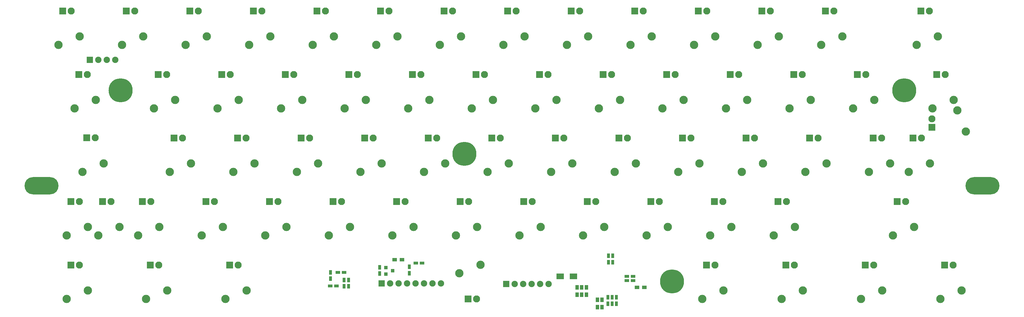
<source format=gts>
G04 #@! TF.FileFunction,Soldermask,Top*
%FSLAX46Y46*%
G04 Gerber Fmt 4.6, Leading zero omitted, Abs format (unit mm)*
G04 Created by KiCad (PCBNEW 4.0.5-e0-6337~49~ubuntu16.04.1) date Mon Jan 23 14:36:51 2017*
%MOMM*%
%LPD*%
G01*
G04 APERTURE LIST*
%ADD10C,0.150000*%
%ADD11C,2.489200*%
%ADD12C,2.108200*%
%ADD13R,2.108200X2.108200*%
%ADD14O,10.203180X5.204460*%
%ADD15C,7.203440*%
%ADD16C,7.204500*%
%ADD17R,0.953200X1.403200*%
%ADD18R,1.403200X0.953200*%
%ADD19R,1.103200X1.403200*%
%ADD20R,1.103200X1.003200*%
%ADD21R,1.403200X1.103200*%
%ADD22R,2.203200X1.803200*%
%ADD23R,1.903200X1.903200*%
%ADD24O,1.903200X1.903200*%
G04 APERTURE END LIST*
D10*
D11*
X318930020Y-136050020D03*
X325280020Y-133510020D03*
D12*
X194151250Y-155098750D03*
D13*
X191611250Y-155098750D03*
D14*
X345831200Y-121121200D03*
X63748900Y-121121200D03*
D15*
X322339900Y-92520800D03*
X252789400Y-149820700D03*
X190490000Y-111620000D03*
D16*
X87489300Y-92520800D03*
D11*
X80803750Y-136050020D03*
X87153750Y-133510020D03*
X323691250Y-117000020D03*
X330041250Y-114460020D03*
X340836250Y-104933750D03*
X338296250Y-98583750D03*
X326072500Y-78898750D03*
X332422500Y-76358750D03*
X333216250Y-155098750D03*
X339566250Y-152558750D03*
X309403750Y-155098750D03*
X315753750Y-152558750D03*
X285591250Y-155098750D03*
X291941250Y-152558750D03*
X261778750Y-155098750D03*
X268128750Y-152558750D03*
X118903750Y-155098750D03*
X125253750Y-152558750D03*
X95091250Y-155098750D03*
X101441250Y-152558750D03*
X71278750Y-155098750D03*
X77628750Y-152558750D03*
X283210000Y-136050020D03*
X289560000Y-133510020D03*
X264160000Y-136050020D03*
X270510000Y-133510020D03*
X245110000Y-136050020D03*
X251460000Y-133510020D03*
X226060000Y-136050020D03*
X232410000Y-133510020D03*
X207010000Y-136050020D03*
X213360000Y-133510020D03*
X187960000Y-136050020D03*
X194310000Y-133510020D03*
X168910000Y-136050020D03*
X175260000Y-133510020D03*
X149860000Y-136050020D03*
X156210000Y-133510020D03*
X130810000Y-136050020D03*
X137160000Y-133510020D03*
X111760000Y-136050020D03*
X118110000Y-133510020D03*
X92710000Y-136050020D03*
X99060000Y-133510020D03*
X71280020Y-136050020D03*
X77630020Y-133510020D03*
X311785000Y-117000020D03*
X318135000Y-114460020D03*
X292735000Y-117000020D03*
X299085000Y-114460020D03*
X273685000Y-117000020D03*
X280035000Y-114460020D03*
X254635000Y-117000020D03*
X260985000Y-114460020D03*
X235585000Y-117000020D03*
X241935000Y-114460020D03*
X216535000Y-117000020D03*
X222885000Y-114460020D03*
X197485000Y-117000020D03*
X203835000Y-114460020D03*
X178435000Y-117000020D03*
X184785000Y-114460020D03*
X159385000Y-117000020D03*
X165735000Y-114460020D03*
X140335000Y-117000020D03*
X146685000Y-114460020D03*
X121285000Y-117000020D03*
X127635000Y-114460020D03*
X102235000Y-117000020D03*
X108585000Y-114460020D03*
X76042520Y-117000020D03*
X82392520Y-114460020D03*
X330835000Y-97950020D03*
X337185000Y-95410020D03*
X307022500Y-97950020D03*
X313372500Y-95410020D03*
X287972500Y-97950020D03*
X294322500Y-95410020D03*
X268922500Y-97950020D03*
X275272500Y-95410020D03*
X249872500Y-97950020D03*
X256222500Y-95410020D03*
X230822500Y-97950020D03*
X237172500Y-95410020D03*
X211772500Y-97950020D03*
X218122500Y-95410020D03*
X192722500Y-97950020D03*
X199072500Y-95410020D03*
X173672500Y-97950020D03*
X180022500Y-95410020D03*
X154622500Y-97950020D03*
X160972500Y-95410020D03*
X135572500Y-97950020D03*
X141922500Y-95410020D03*
X116522500Y-97950020D03*
X122872500Y-95410020D03*
X97472500Y-97950020D03*
X103822500Y-95410020D03*
X73660000Y-97950020D03*
X80010000Y-95410020D03*
X297497500Y-78898750D03*
X303847500Y-76358750D03*
X278447500Y-78898750D03*
X284797500Y-76358750D03*
X259397500Y-78898750D03*
X265747500Y-76358750D03*
X240347500Y-78898750D03*
X246697500Y-76358750D03*
X221297500Y-78898750D03*
X227647500Y-76358750D03*
X202247500Y-78898750D03*
X208597500Y-76358750D03*
X183197500Y-78898750D03*
X189547500Y-76358750D03*
X145097500Y-78898750D03*
X151447500Y-76358750D03*
X126047500Y-78898750D03*
X132397500Y-76358750D03*
X106997500Y-78898750D03*
X113347500Y-76358750D03*
X87947500Y-78898750D03*
X94297500Y-76358750D03*
X68897500Y-78898750D03*
X75247500Y-76358750D03*
D12*
X337026250Y-144938750D03*
D13*
X334486250Y-144938750D03*
D12*
X322740020Y-125890020D03*
D13*
X320200020Y-125890020D03*
D12*
X327501250Y-106840020D03*
D13*
X324961250Y-106840020D03*
D12*
X330676250Y-101123750D03*
D13*
X330676250Y-103663750D03*
D12*
X334645000Y-87790020D03*
D13*
X332105000Y-87790020D03*
D12*
X329882500Y-68738750D03*
D13*
X327342500Y-68738750D03*
D12*
X313213750Y-144938750D03*
D13*
X310673750Y-144938750D03*
D12*
X315595000Y-106840020D03*
D13*
X313055000Y-106840020D03*
D12*
X310832500Y-87790020D03*
D13*
X308292500Y-87790020D03*
D12*
X301307500Y-68738750D03*
D13*
X298767500Y-68738750D03*
D12*
X289401250Y-144938750D03*
D13*
X286861250Y-144938750D03*
D12*
X287020000Y-125890020D03*
D13*
X284480000Y-125890020D03*
D12*
X296545000Y-106840020D03*
D13*
X294005000Y-106840020D03*
D12*
X291782500Y-87790020D03*
D13*
X289242500Y-87790020D03*
D12*
X282257500Y-68738750D03*
D13*
X279717500Y-68738750D03*
D12*
X265588750Y-144938750D03*
D13*
X263048750Y-144938750D03*
D12*
X267970000Y-125890020D03*
D13*
X265430000Y-125890020D03*
D12*
X277495000Y-106840020D03*
D13*
X274955000Y-106840020D03*
D12*
X272732500Y-87790020D03*
D13*
X270192500Y-87790020D03*
D12*
X263207500Y-68738750D03*
D13*
X260667500Y-68738750D03*
D12*
X248920000Y-125890020D03*
D13*
X246380000Y-125890020D03*
D12*
X258445000Y-106840020D03*
D13*
X255905000Y-106840020D03*
D12*
X253682500Y-87790020D03*
D13*
X251142500Y-87790020D03*
D12*
X244157500Y-68738750D03*
D13*
X241617500Y-68738750D03*
D12*
X229870000Y-125890020D03*
D13*
X227330000Y-125890020D03*
D12*
X239395000Y-106840020D03*
D13*
X236855000Y-106840020D03*
D12*
X234632500Y-87790020D03*
D13*
X232092500Y-87790020D03*
D12*
X225107500Y-68738750D03*
D13*
X222567500Y-68738750D03*
D12*
X210820000Y-125890020D03*
D13*
X208280000Y-125890020D03*
D12*
X220345000Y-106840020D03*
D13*
X217805000Y-106840020D03*
D12*
X215582500Y-87790020D03*
D13*
X213042500Y-87790020D03*
D12*
X206057500Y-68738750D03*
D13*
X203517500Y-68738750D03*
D12*
X191770000Y-125890020D03*
D13*
X189230000Y-125890020D03*
D12*
X201295000Y-106840020D03*
D13*
X198755000Y-106840020D03*
D12*
X196532500Y-87790020D03*
D13*
X193992500Y-87790020D03*
D12*
X187007500Y-68738750D03*
D13*
X184467500Y-68738750D03*
D12*
X172720000Y-125890020D03*
D13*
X170180000Y-125890020D03*
D12*
X182245000Y-106840020D03*
D13*
X179705000Y-106840020D03*
D12*
X177482500Y-87790020D03*
D13*
X174942500Y-87790020D03*
D12*
X167957500Y-68738750D03*
D13*
X165417500Y-68738750D03*
D12*
X153670000Y-125890020D03*
D13*
X151130000Y-125890020D03*
D12*
X163195000Y-106840020D03*
D13*
X160655000Y-106840020D03*
D12*
X158432500Y-87790020D03*
D13*
X155892500Y-87790020D03*
D12*
X148907500Y-68738750D03*
D13*
X146367500Y-68738750D03*
D12*
X134620000Y-125890020D03*
D13*
X132080000Y-125890020D03*
D12*
X144145000Y-106840020D03*
D13*
X141605000Y-106840020D03*
D12*
X139382500Y-87790020D03*
D13*
X136842500Y-87790020D03*
D12*
X129857500Y-68738750D03*
D13*
X127317500Y-68738750D03*
D12*
X122713750Y-144938750D03*
D13*
X120173750Y-144938750D03*
D12*
X115570000Y-125890020D03*
D13*
X113030000Y-125890020D03*
D12*
X125095000Y-106840020D03*
D13*
X122555000Y-106840020D03*
D12*
X120332500Y-87790020D03*
D13*
X117792500Y-87790020D03*
D12*
X110807500Y-68738750D03*
D13*
X108267500Y-68738750D03*
D12*
X98901250Y-144938750D03*
D13*
X96361250Y-144938750D03*
D12*
X96520000Y-125890020D03*
D13*
X93980000Y-125890020D03*
D12*
X106045000Y-106840020D03*
D13*
X103505000Y-106840020D03*
D12*
X101282500Y-87790020D03*
D13*
X98742500Y-87790020D03*
D12*
X91757500Y-68738750D03*
D13*
X89217500Y-68738750D03*
D12*
X75088750Y-144938750D03*
D13*
X72548750Y-144938750D03*
D12*
X84613750Y-125890020D03*
D13*
X82073750Y-125890020D03*
D12*
X75090020Y-125890020D03*
D13*
X72550020Y-125890020D03*
D12*
X77470000Y-87790020D03*
D13*
X74930000Y-87790020D03*
D12*
X72707500Y-68738750D03*
D13*
X70167500Y-68738750D03*
D11*
X164147500Y-78898750D03*
X170497500Y-76358750D03*
D12*
X79883000Y-106807000D03*
D13*
X77343000Y-106807000D03*
D17*
X234950000Y-144079000D03*
X234950000Y-142179000D03*
X233680000Y-144079000D03*
X233680000Y-142179000D03*
D18*
X239207000Y-148336000D03*
X241107000Y-148336000D03*
X239207000Y-149606000D03*
X241107000Y-149606000D03*
D17*
X234823000Y-154625000D03*
X234823000Y-156525000D03*
X236093000Y-154625000D03*
X236093000Y-156525000D03*
X233553000Y-154625000D03*
X233553000Y-156525000D03*
D19*
X230378000Y-155364000D03*
X230378000Y-157564000D03*
X227076000Y-151681000D03*
X227076000Y-153881000D03*
X231775000Y-155364000D03*
X231775000Y-157564000D03*
X224282000Y-151681000D03*
X224282000Y-153881000D03*
X225679000Y-151681000D03*
X225679000Y-153881000D03*
D17*
X173990000Y-147381000D03*
X173990000Y-145481000D03*
X165100000Y-147508000D03*
X165100000Y-145608000D03*
D20*
X167021000Y-145735000D03*
X167021000Y-147635000D03*
X169021000Y-146685000D03*
D11*
X195326000Y-144907000D03*
X188976000Y-147447000D03*
D21*
X171788000Y-143383000D03*
X169588000Y-143383000D03*
D18*
X175961000Y-144399000D03*
X177861000Y-144399000D03*
X150307000Y-151257000D03*
X152207000Y-151257000D03*
X154493000Y-147193000D03*
X152593000Y-147193000D03*
D17*
X154432000Y-151318000D03*
X154432000Y-149418000D03*
X150368000Y-147132000D03*
X150368000Y-149032000D03*
D22*
X219234000Y-148336000D03*
X223234000Y-148336000D03*
D21*
X242232000Y-151638000D03*
X244432000Y-151638000D03*
D23*
X78232000Y-83439000D03*
D24*
X80772000Y-83439000D03*
X83312000Y-83439000D03*
X85852000Y-83439000D03*
D23*
X165735000Y-150495000D03*
D24*
X168275000Y-150495000D03*
X170815000Y-150495000D03*
X173355000Y-150495000D03*
X175895000Y-150495000D03*
X178435000Y-150495000D03*
X180975000Y-150495000D03*
X183515000Y-150495000D03*
D23*
X203073000Y-150622000D03*
D24*
X205613000Y-150622000D03*
X208153000Y-150622000D03*
X210693000Y-150622000D03*
X213233000Y-150622000D03*
X215773000Y-150622000D03*
D17*
X155829000Y-151318000D03*
X155829000Y-149418000D03*
M02*

</source>
